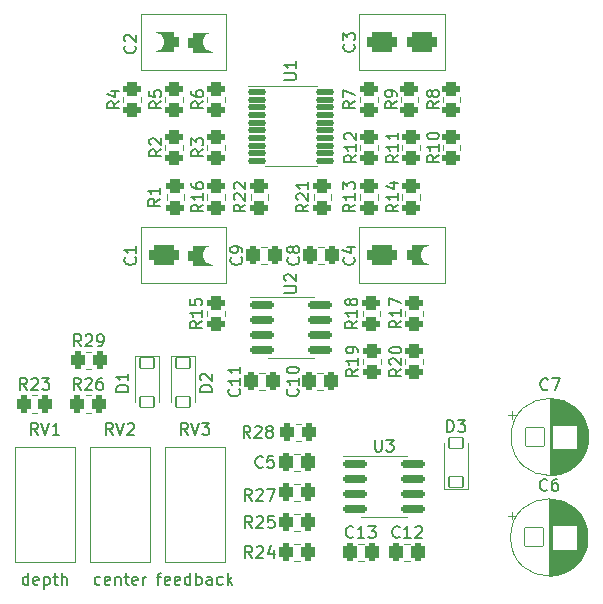
<source format=gto>
G04 #@! TF.GenerationSoftware,KiCad,Pcbnew,6.0.5-2.fc35*
G04 #@! TF.CreationDate,2022-05-29T07:31:37-04:00*
G04 #@! TF.ProjectId,SSI2140_LPF_plug_in_board,53534932-3134-4305-9f4c-50465f706c75,0*
G04 #@! TF.SameCoordinates,Original*
G04 #@! TF.FileFunction,Legend,Top*
G04 #@! TF.FilePolarity,Positive*
%FSLAX46Y46*%
G04 Gerber Fmt 4.6, Leading zero omitted, Abs format (unit mm)*
G04 Created by KiCad (PCBNEW 6.0.5-2.fc35) date 2022-05-29 07:31:37*
%MOMM*%
%LPD*%
G01*
G04 APERTURE LIST*
G04 Aperture macros list*
%AMRoundRect*
0 Rectangle with rounded corners*
0 $1 Rounding radius*
0 $2 $3 $4 $5 $6 $7 $8 $9 X,Y pos of 4 corners*
0 Add a 4 corners polygon primitive as box body*
4,1,4,$2,$3,$4,$5,$6,$7,$8,$9,$2,$3,0*
0 Add four circle primitives for the rounded corners*
1,1,$1+$1,$2,$3*
1,1,$1+$1,$4,$5*
1,1,$1+$1,$6,$7*
1,1,$1+$1,$8,$9*
0 Add four rect primitives between the rounded corners*
20,1,$1+$1,$2,$3,$4,$5,0*
20,1,$1+$1,$4,$5,$6,$7,0*
20,1,$1+$1,$6,$7,$8,$9,0*
20,1,$1+$1,$8,$9,$2,$3,0*%
G04 Aperture macros list end*
%ADD10C,0.150000*%
%ADD11C,0.120000*%
%ADD12RoundRect,0.454200X0.854100X0.403200X-0.854100X0.403200X-0.854100X-0.403200X0.854100X-0.403200X0*%
%ADD13C,1.702000*%
%ADD14RoundRect,0.301000X-0.250000X-0.475000X0.250000X-0.475000X0.250000X0.475000X-0.250000X0.475000X0*%
%ADD15RoundRect,0.301000X0.262500X0.450000X-0.262500X0.450000X-0.262500X-0.450000X0.262500X-0.450000X0*%
%ADD16RoundRect,0.301000X0.450000X-0.262500X0.450000X0.262500X-0.450000X0.262500X-0.450000X-0.262500X0*%
%ADD17RoundRect,0.301000X-0.450000X0.262500X-0.450000X-0.262500X0.450000X-0.262500X0.450000X0.262500X0*%
%ADD18RoundRect,0.301000X0.250000X0.475000X-0.250000X0.475000X-0.250000X-0.475000X0.250000X-0.475000X0*%
%ADD19RoundRect,0.051000X-0.800000X-0.800000X0.800000X-0.800000X0.800000X0.800000X-0.800000X0.800000X0*%
%ADD20RoundRect,0.051000X-0.600000X0.450000X-0.600000X-0.450000X0.600000X-0.450000X0.600000X0.450000X0*%
%ADD21C,1.542000*%
%ADD22RoundRect,0.151000X-0.637500X-0.100000X0.637500X-0.100000X0.637500X0.100000X-0.637500X0.100000X0*%
%ADD23RoundRect,0.201000X-0.825000X-0.150000X0.825000X-0.150000X0.825000X0.150000X-0.825000X0.150000X0*%
%ADD24RoundRect,0.454200X-0.854100X-0.403200X0.854100X-0.403200X0.854100X0.403200X-0.854100X0.403200X0*%
%ADD25RoundRect,0.051000X0.600000X-0.450000X0.600000X0.450000X-0.600000X0.450000X-0.600000X-0.450000X0*%
%ADD26RoundRect,0.301000X-0.262500X-0.450000X0.262500X-0.450000X0.262500X0.450000X-0.262500X0.450000X0*%
%ADD27RoundRect,0.051000X0.850000X0.850000X-0.850000X0.850000X-0.850000X-0.850000X0.850000X-0.850000X0*%
%ADD28O,1.802000X1.802000*%
G04 APERTURE END LIST*
D10*
X108521904Y-115355714D02*
X108902857Y-115355714D01*
X108664761Y-116022380D02*
X108664761Y-115165238D01*
X108712380Y-115070000D01*
X108807619Y-115022380D01*
X108902857Y-115022380D01*
X109617142Y-115974761D02*
X109521904Y-116022380D01*
X109331428Y-116022380D01*
X109236190Y-115974761D01*
X109188571Y-115879523D01*
X109188571Y-115498571D01*
X109236190Y-115403333D01*
X109331428Y-115355714D01*
X109521904Y-115355714D01*
X109617142Y-115403333D01*
X109664761Y-115498571D01*
X109664761Y-115593809D01*
X109188571Y-115689047D01*
X110474285Y-115974761D02*
X110379047Y-116022380D01*
X110188571Y-116022380D01*
X110093333Y-115974761D01*
X110045714Y-115879523D01*
X110045714Y-115498571D01*
X110093333Y-115403333D01*
X110188571Y-115355714D01*
X110379047Y-115355714D01*
X110474285Y-115403333D01*
X110521904Y-115498571D01*
X110521904Y-115593809D01*
X110045714Y-115689047D01*
X111379047Y-116022380D02*
X111379047Y-115022380D01*
X111379047Y-115974761D02*
X111283809Y-116022380D01*
X111093333Y-116022380D01*
X110998095Y-115974761D01*
X110950476Y-115927142D01*
X110902857Y-115831904D01*
X110902857Y-115546190D01*
X110950476Y-115450952D01*
X110998095Y-115403333D01*
X111093333Y-115355714D01*
X111283809Y-115355714D01*
X111379047Y-115403333D01*
X111855238Y-116022380D02*
X111855238Y-115022380D01*
X111855238Y-115403333D02*
X111950476Y-115355714D01*
X112140952Y-115355714D01*
X112236190Y-115403333D01*
X112283809Y-115450952D01*
X112331428Y-115546190D01*
X112331428Y-115831904D01*
X112283809Y-115927142D01*
X112236190Y-115974761D01*
X112140952Y-116022380D01*
X111950476Y-116022380D01*
X111855238Y-115974761D01*
X113188571Y-116022380D02*
X113188571Y-115498571D01*
X113140952Y-115403333D01*
X113045714Y-115355714D01*
X112855238Y-115355714D01*
X112760000Y-115403333D01*
X113188571Y-115974761D02*
X113093333Y-116022380D01*
X112855238Y-116022380D01*
X112760000Y-115974761D01*
X112712380Y-115879523D01*
X112712380Y-115784285D01*
X112760000Y-115689047D01*
X112855238Y-115641428D01*
X113093333Y-115641428D01*
X113188571Y-115593809D01*
X114093333Y-115974761D02*
X113998095Y-116022380D01*
X113807619Y-116022380D01*
X113712380Y-115974761D01*
X113664761Y-115927142D01*
X113617142Y-115831904D01*
X113617142Y-115546190D01*
X113664761Y-115450952D01*
X113712380Y-115403333D01*
X113807619Y-115355714D01*
X113998095Y-115355714D01*
X114093333Y-115403333D01*
X114521904Y-116022380D02*
X114521904Y-115022380D01*
X114617142Y-115641428D02*
X114902857Y-116022380D01*
X114902857Y-115355714D02*
X114521904Y-115736666D01*
X97655238Y-116022380D02*
X97655238Y-115022380D01*
X97655238Y-115974761D02*
X97560000Y-116022380D01*
X97369523Y-116022380D01*
X97274285Y-115974761D01*
X97226666Y-115927142D01*
X97179047Y-115831904D01*
X97179047Y-115546190D01*
X97226666Y-115450952D01*
X97274285Y-115403333D01*
X97369523Y-115355714D01*
X97560000Y-115355714D01*
X97655238Y-115403333D01*
X98512380Y-115974761D02*
X98417142Y-116022380D01*
X98226666Y-116022380D01*
X98131428Y-115974761D01*
X98083809Y-115879523D01*
X98083809Y-115498571D01*
X98131428Y-115403333D01*
X98226666Y-115355714D01*
X98417142Y-115355714D01*
X98512380Y-115403333D01*
X98560000Y-115498571D01*
X98560000Y-115593809D01*
X98083809Y-115689047D01*
X98988571Y-115355714D02*
X98988571Y-116355714D01*
X98988571Y-115403333D02*
X99083809Y-115355714D01*
X99274285Y-115355714D01*
X99369523Y-115403333D01*
X99417142Y-115450952D01*
X99464761Y-115546190D01*
X99464761Y-115831904D01*
X99417142Y-115927142D01*
X99369523Y-115974761D01*
X99274285Y-116022380D01*
X99083809Y-116022380D01*
X98988571Y-115974761D01*
X99750476Y-115355714D02*
X100131428Y-115355714D01*
X99893333Y-115022380D02*
X99893333Y-115879523D01*
X99940952Y-115974761D01*
X100036190Y-116022380D01*
X100131428Y-116022380D01*
X100464761Y-116022380D02*
X100464761Y-115022380D01*
X100893333Y-116022380D02*
X100893333Y-115498571D01*
X100845714Y-115403333D01*
X100750476Y-115355714D01*
X100607619Y-115355714D01*
X100512380Y-115403333D01*
X100464761Y-115450952D01*
X103743333Y-115974761D02*
X103648095Y-116022380D01*
X103457619Y-116022380D01*
X103362380Y-115974761D01*
X103314761Y-115927142D01*
X103267142Y-115831904D01*
X103267142Y-115546190D01*
X103314761Y-115450952D01*
X103362380Y-115403333D01*
X103457619Y-115355714D01*
X103648095Y-115355714D01*
X103743333Y-115403333D01*
X104552857Y-115974761D02*
X104457619Y-116022380D01*
X104267142Y-116022380D01*
X104171904Y-115974761D01*
X104124285Y-115879523D01*
X104124285Y-115498571D01*
X104171904Y-115403333D01*
X104267142Y-115355714D01*
X104457619Y-115355714D01*
X104552857Y-115403333D01*
X104600476Y-115498571D01*
X104600476Y-115593809D01*
X104124285Y-115689047D01*
X105029047Y-115355714D02*
X105029047Y-116022380D01*
X105029047Y-115450952D02*
X105076666Y-115403333D01*
X105171904Y-115355714D01*
X105314761Y-115355714D01*
X105410000Y-115403333D01*
X105457619Y-115498571D01*
X105457619Y-116022380D01*
X105790952Y-115355714D02*
X106171904Y-115355714D01*
X105933809Y-115022380D02*
X105933809Y-115879523D01*
X105981428Y-115974761D01*
X106076666Y-116022380D01*
X106171904Y-116022380D01*
X106886190Y-115974761D02*
X106790952Y-116022380D01*
X106600476Y-116022380D01*
X106505238Y-115974761D01*
X106457619Y-115879523D01*
X106457619Y-115498571D01*
X106505238Y-115403333D01*
X106600476Y-115355714D01*
X106790952Y-115355714D01*
X106886190Y-115403333D01*
X106933809Y-115498571D01*
X106933809Y-115593809D01*
X106457619Y-115689047D01*
X107362380Y-116022380D02*
X107362380Y-115355714D01*
X107362380Y-115546190D02*
X107410000Y-115450952D01*
X107457619Y-115403333D01*
X107552857Y-115355714D01*
X107648095Y-115355714D01*
X106696142Y-88304666D02*
X106743761Y-88352285D01*
X106791380Y-88495142D01*
X106791380Y-88590380D01*
X106743761Y-88733238D01*
X106648523Y-88828476D01*
X106553285Y-88876095D01*
X106362809Y-88923714D01*
X106219952Y-88923714D01*
X106029476Y-88876095D01*
X105934238Y-88828476D01*
X105839000Y-88733238D01*
X105791380Y-88590380D01*
X105791380Y-88495142D01*
X105839000Y-88352285D01*
X105886619Y-88304666D01*
X106791380Y-87352285D02*
X106791380Y-87923714D01*
X106791380Y-87638000D02*
X105791380Y-87638000D01*
X105934238Y-87733238D01*
X106029476Y-87828476D01*
X106077095Y-87923714D01*
X115485142Y-99448857D02*
X115532761Y-99496476D01*
X115580380Y-99639333D01*
X115580380Y-99734571D01*
X115532761Y-99877428D01*
X115437523Y-99972666D01*
X115342285Y-100020285D01*
X115151809Y-100067904D01*
X115008952Y-100067904D01*
X114818476Y-100020285D01*
X114723238Y-99972666D01*
X114628000Y-99877428D01*
X114580380Y-99734571D01*
X114580380Y-99639333D01*
X114628000Y-99496476D01*
X114675619Y-99448857D01*
X115580380Y-98496476D02*
X115580380Y-99067904D01*
X115580380Y-98782190D02*
X114580380Y-98782190D01*
X114723238Y-98877428D01*
X114818476Y-98972666D01*
X114866095Y-99067904D01*
X115580380Y-97544095D02*
X115580380Y-98115523D01*
X115580380Y-97829809D02*
X114580380Y-97829809D01*
X114723238Y-97925047D01*
X114818476Y-98020285D01*
X114866095Y-98115523D01*
X120433142Y-99448857D02*
X120480761Y-99496476D01*
X120528380Y-99639333D01*
X120528380Y-99734571D01*
X120480761Y-99877428D01*
X120385523Y-99972666D01*
X120290285Y-100020285D01*
X120099809Y-100067904D01*
X119956952Y-100067904D01*
X119766476Y-100020285D01*
X119671238Y-99972666D01*
X119576000Y-99877428D01*
X119528380Y-99734571D01*
X119528380Y-99639333D01*
X119576000Y-99496476D01*
X119623619Y-99448857D01*
X120528380Y-98496476D02*
X120528380Y-99067904D01*
X120528380Y-98782190D02*
X119528380Y-98782190D01*
X119671238Y-98877428D01*
X119766476Y-98972666D01*
X119814095Y-99067904D01*
X119528380Y-97877428D02*
X119528380Y-97782190D01*
X119576000Y-97686952D01*
X119623619Y-97639333D01*
X119718857Y-97591714D01*
X119909333Y-97544095D01*
X120147428Y-97544095D01*
X120337904Y-97591714D01*
X120433142Y-97639333D01*
X120480761Y-97686952D01*
X120528380Y-97782190D01*
X120528380Y-97877428D01*
X120480761Y-97972666D01*
X120433142Y-98020285D01*
X120337904Y-98067904D01*
X120147428Y-98115523D01*
X119909333Y-98115523D01*
X119718857Y-98067904D01*
X119623619Y-98020285D01*
X119576000Y-97972666D01*
X119528380Y-97877428D01*
X102076642Y-99512380D02*
X101743309Y-99036190D01*
X101505214Y-99512380D02*
X101505214Y-98512380D01*
X101886166Y-98512380D01*
X101981404Y-98560000D01*
X102029023Y-98607619D01*
X102076642Y-98702857D01*
X102076642Y-98845714D01*
X102029023Y-98940952D01*
X101981404Y-98988571D01*
X101886166Y-99036190D01*
X101505214Y-99036190D01*
X102457595Y-98607619D02*
X102505214Y-98560000D01*
X102600452Y-98512380D01*
X102838547Y-98512380D01*
X102933785Y-98560000D01*
X102981404Y-98607619D01*
X103029023Y-98702857D01*
X103029023Y-98798095D01*
X102981404Y-98940952D01*
X102409976Y-99512380D01*
X103029023Y-99512380D01*
X103886166Y-98512380D02*
X103695690Y-98512380D01*
X103600452Y-98560000D01*
X103552833Y-98607619D01*
X103457595Y-98750476D01*
X103409976Y-98940952D01*
X103409976Y-99321904D01*
X103457595Y-99417142D01*
X103505214Y-99464761D01*
X103600452Y-99512380D01*
X103790928Y-99512380D01*
X103886166Y-99464761D01*
X103933785Y-99417142D01*
X103981404Y-99321904D01*
X103981404Y-99083809D01*
X103933785Y-98988571D01*
X103886166Y-98940952D01*
X103790928Y-98893333D01*
X103600452Y-98893333D01*
X103505214Y-98940952D01*
X103457595Y-98988571D01*
X103409976Y-99083809D01*
X115673142Y-88304666D02*
X115720761Y-88352285D01*
X115768380Y-88495142D01*
X115768380Y-88590380D01*
X115720761Y-88733238D01*
X115625523Y-88828476D01*
X115530285Y-88876095D01*
X115339809Y-88923714D01*
X115196952Y-88923714D01*
X115006476Y-88876095D01*
X114911238Y-88828476D01*
X114816000Y-88733238D01*
X114768380Y-88590380D01*
X114768380Y-88495142D01*
X114816000Y-88352285D01*
X114863619Y-88304666D01*
X115768380Y-87828476D02*
X115768380Y-87638000D01*
X115720761Y-87542761D01*
X115673142Y-87495142D01*
X115530285Y-87399904D01*
X115339809Y-87352285D01*
X114958857Y-87352285D01*
X114863619Y-87399904D01*
X114816000Y-87447523D01*
X114768380Y-87542761D01*
X114768380Y-87733238D01*
X114816000Y-87828476D01*
X114863619Y-87876095D01*
X114958857Y-87923714D01*
X115196952Y-87923714D01*
X115292190Y-87876095D01*
X115339809Y-87828476D01*
X115387428Y-87733238D01*
X115387428Y-87542761D01*
X115339809Y-87447523D01*
X115292190Y-87399904D01*
X115196952Y-87352285D01*
X112340380Y-93708457D02*
X111864190Y-94041790D01*
X112340380Y-94279885D02*
X111340380Y-94279885D01*
X111340380Y-93898933D01*
X111388000Y-93803695D01*
X111435619Y-93756076D01*
X111530857Y-93708457D01*
X111673714Y-93708457D01*
X111768952Y-93756076D01*
X111816571Y-93803695D01*
X111864190Y-93898933D01*
X111864190Y-94279885D01*
X112340380Y-92756076D02*
X112340380Y-93327504D01*
X112340380Y-93041790D02*
X111340380Y-93041790D01*
X111483238Y-93137028D01*
X111578476Y-93232266D01*
X111626095Y-93327504D01*
X111340380Y-91851314D02*
X111340380Y-92327504D01*
X111816571Y-92375123D01*
X111768952Y-92327504D01*
X111721333Y-92232266D01*
X111721333Y-91994171D01*
X111768952Y-91898933D01*
X111816571Y-91851314D01*
X111911809Y-91803695D01*
X112149904Y-91803695D01*
X112245142Y-91851314D01*
X112292761Y-91898933D01*
X112340380Y-91994171D01*
X112340380Y-92232266D01*
X112292761Y-92327504D01*
X112245142Y-92375123D01*
X106656142Y-70397666D02*
X106703761Y-70445285D01*
X106751380Y-70588142D01*
X106751380Y-70683380D01*
X106703761Y-70826238D01*
X106608523Y-70921476D01*
X106513285Y-70969095D01*
X106322809Y-71016714D01*
X106179952Y-71016714D01*
X105989476Y-70969095D01*
X105894238Y-70921476D01*
X105799000Y-70826238D01*
X105751380Y-70683380D01*
X105751380Y-70588142D01*
X105799000Y-70445285D01*
X105846619Y-70397666D01*
X105846619Y-70016714D02*
X105799000Y-69969095D01*
X105751380Y-69873857D01*
X105751380Y-69635761D01*
X105799000Y-69540523D01*
X105846619Y-69492904D01*
X105941857Y-69445285D01*
X106037095Y-69445285D01*
X106179952Y-69492904D01*
X106751380Y-70064333D01*
X106751380Y-69445285D01*
X108783380Y-83351666D02*
X108307190Y-83685000D01*
X108783380Y-83923095D02*
X107783380Y-83923095D01*
X107783380Y-83542142D01*
X107831000Y-83446904D01*
X107878619Y-83399285D01*
X107973857Y-83351666D01*
X108116714Y-83351666D01*
X108211952Y-83399285D01*
X108259571Y-83446904D01*
X108307190Y-83542142D01*
X108307190Y-83923095D01*
X108783380Y-82399285D02*
X108783380Y-82970714D01*
X108783380Y-82685000D02*
X107783380Y-82685000D01*
X107926238Y-82780238D01*
X108021476Y-82875476D01*
X108069095Y-82970714D01*
X128976380Y-83827857D02*
X128500190Y-84161190D01*
X128976380Y-84399285D02*
X127976380Y-84399285D01*
X127976380Y-84018333D01*
X128024000Y-83923095D01*
X128071619Y-83875476D01*
X128166857Y-83827857D01*
X128309714Y-83827857D01*
X128404952Y-83875476D01*
X128452571Y-83923095D01*
X128500190Y-84018333D01*
X128500190Y-84399285D01*
X128976380Y-82875476D02*
X128976380Y-83446904D01*
X128976380Y-83161190D02*
X127976380Y-83161190D01*
X128119238Y-83256428D01*
X128214476Y-83351666D01*
X128262095Y-83446904D01*
X128309714Y-82018333D02*
X128976380Y-82018333D01*
X127928761Y-82256428D02*
X128643047Y-82494523D01*
X128643047Y-81875476D01*
X125420380Y-79636857D02*
X124944190Y-79970190D01*
X125420380Y-80208285D02*
X124420380Y-80208285D01*
X124420380Y-79827333D01*
X124468000Y-79732095D01*
X124515619Y-79684476D01*
X124610857Y-79636857D01*
X124753714Y-79636857D01*
X124848952Y-79684476D01*
X124896571Y-79732095D01*
X124944190Y-79827333D01*
X124944190Y-80208285D01*
X125420380Y-78684476D02*
X125420380Y-79255904D01*
X125420380Y-78970190D02*
X124420380Y-78970190D01*
X124563238Y-79065428D01*
X124658476Y-79160666D01*
X124706095Y-79255904D01*
X124515619Y-78303523D02*
X124468000Y-78255904D01*
X124420380Y-78160666D01*
X124420380Y-77922571D01*
X124468000Y-77827333D01*
X124515619Y-77779714D01*
X124610857Y-77732095D01*
X124706095Y-77732095D01*
X124848952Y-77779714D01*
X125420380Y-78351142D01*
X125420380Y-77732095D01*
X112466380Y-79160666D02*
X111990190Y-79494000D01*
X112466380Y-79732095D02*
X111466380Y-79732095D01*
X111466380Y-79351142D01*
X111514000Y-79255904D01*
X111561619Y-79208285D01*
X111656857Y-79160666D01*
X111799714Y-79160666D01*
X111894952Y-79208285D01*
X111942571Y-79255904D01*
X111990190Y-79351142D01*
X111990190Y-79732095D01*
X111466380Y-78827333D02*
X111466380Y-78208285D01*
X111847333Y-78541619D01*
X111847333Y-78398761D01*
X111894952Y-78303523D01*
X111942571Y-78255904D01*
X112037809Y-78208285D01*
X112275904Y-78208285D01*
X112371142Y-78255904D01*
X112418761Y-78303523D01*
X112466380Y-78398761D01*
X112466380Y-78684476D01*
X112418761Y-78779714D01*
X112371142Y-78827333D01*
X117501333Y-106021142D02*
X117453714Y-106068761D01*
X117310857Y-106116380D01*
X117215619Y-106116380D01*
X117072761Y-106068761D01*
X116977523Y-105973523D01*
X116929904Y-105878285D01*
X116882285Y-105687809D01*
X116882285Y-105544952D01*
X116929904Y-105354476D01*
X116977523Y-105259238D01*
X117072761Y-105164000D01*
X117215619Y-105116380D01*
X117310857Y-105116380D01*
X117453714Y-105164000D01*
X117501333Y-105211619D01*
X118406095Y-105116380D02*
X117929904Y-105116380D01*
X117882285Y-105592571D01*
X117929904Y-105544952D01*
X118025142Y-105497333D01*
X118263238Y-105497333D01*
X118358476Y-105544952D01*
X118406095Y-105592571D01*
X118453714Y-105687809D01*
X118453714Y-105925904D01*
X118406095Y-106021142D01*
X118358476Y-106068761D01*
X118263238Y-106116380D01*
X118025142Y-106116380D01*
X117929904Y-106068761D01*
X117882285Y-106021142D01*
X141632954Y-99462142D02*
X141585335Y-99509761D01*
X141442478Y-99557380D01*
X141347240Y-99557380D01*
X141204382Y-99509761D01*
X141109144Y-99414523D01*
X141061525Y-99319285D01*
X141013906Y-99128809D01*
X141013906Y-98985952D01*
X141061525Y-98795476D01*
X141109144Y-98700238D01*
X141204382Y-98605000D01*
X141347240Y-98557380D01*
X141442478Y-98557380D01*
X141585335Y-98605000D01*
X141632954Y-98652619D01*
X141966287Y-98557380D02*
X142632954Y-98557380D01*
X142204382Y-99557380D01*
X106116380Y-99672095D02*
X105116380Y-99672095D01*
X105116380Y-99434000D01*
X105164000Y-99291142D01*
X105259238Y-99195904D01*
X105354476Y-99148285D01*
X105544952Y-99100666D01*
X105687809Y-99100666D01*
X105878285Y-99148285D01*
X105973523Y-99195904D01*
X106068761Y-99291142D01*
X106116380Y-99434000D01*
X106116380Y-99672095D01*
X106116380Y-98148285D02*
X106116380Y-98719714D01*
X106116380Y-98434000D02*
X105116380Y-98434000D01*
X105259238Y-98529238D01*
X105354476Y-98624476D01*
X105402095Y-98719714D01*
X113196380Y-99672095D02*
X112196380Y-99672095D01*
X112196380Y-99434000D01*
X112244000Y-99291142D01*
X112339238Y-99195904D01*
X112434476Y-99148285D01*
X112624952Y-99100666D01*
X112767809Y-99100666D01*
X112958285Y-99148285D01*
X113053523Y-99195904D01*
X113148761Y-99291142D01*
X113196380Y-99434000D01*
X113196380Y-99672095D01*
X112291619Y-98719714D02*
X112244000Y-98672095D01*
X112196380Y-98576857D01*
X112196380Y-98338761D01*
X112244000Y-98243523D01*
X112291619Y-98195904D01*
X112386857Y-98148285D01*
X112482095Y-98148285D01*
X112624952Y-98195904D01*
X113196380Y-98767333D01*
X113196380Y-98148285D01*
X97528142Y-99512380D02*
X97194809Y-99036190D01*
X96956714Y-99512380D02*
X96956714Y-98512380D01*
X97337666Y-98512380D01*
X97432904Y-98560000D01*
X97480523Y-98607619D01*
X97528142Y-98702857D01*
X97528142Y-98845714D01*
X97480523Y-98940952D01*
X97432904Y-98988571D01*
X97337666Y-99036190D01*
X96956714Y-99036190D01*
X97909095Y-98607619D02*
X97956714Y-98560000D01*
X98051952Y-98512380D01*
X98290047Y-98512380D01*
X98385285Y-98560000D01*
X98432904Y-98607619D01*
X98480523Y-98702857D01*
X98480523Y-98798095D01*
X98432904Y-98940952D01*
X97861476Y-99512380D01*
X98480523Y-99512380D01*
X98813857Y-98512380D02*
X99432904Y-98512380D01*
X99099571Y-98893333D01*
X99242428Y-98893333D01*
X99337666Y-98940952D01*
X99385285Y-98988571D01*
X99432904Y-99083809D01*
X99432904Y-99321904D01*
X99385285Y-99417142D01*
X99337666Y-99464761D01*
X99242428Y-99512380D01*
X98956714Y-99512380D01*
X98861476Y-99464761D01*
X98813857Y-99417142D01*
X121356380Y-83827857D02*
X120880190Y-84161190D01*
X121356380Y-84399285D02*
X120356380Y-84399285D01*
X120356380Y-84018333D01*
X120404000Y-83923095D01*
X120451619Y-83875476D01*
X120546857Y-83827857D01*
X120689714Y-83827857D01*
X120784952Y-83875476D01*
X120832571Y-83923095D01*
X120880190Y-84018333D01*
X120880190Y-84399285D01*
X120451619Y-83446904D02*
X120404000Y-83399285D01*
X120356380Y-83304047D01*
X120356380Y-83065952D01*
X120404000Y-82970714D01*
X120451619Y-82923095D01*
X120546857Y-82875476D01*
X120642095Y-82875476D01*
X120784952Y-82923095D01*
X121356380Y-83494523D01*
X121356380Y-82875476D01*
X121356380Y-81923095D02*
X121356380Y-82494523D01*
X121356380Y-82208809D02*
X120356380Y-82208809D01*
X120499238Y-82304047D01*
X120594476Y-82399285D01*
X120642095Y-82494523D01*
X108910380Y-79160666D02*
X108434190Y-79494000D01*
X108910380Y-79732095D02*
X107910380Y-79732095D01*
X107910380Y-79351142D01*
X107958000Y-79255904D01*
X108005619Y-79208285D01*
X108100857Y-79160666D01*
X108243714Y-79160666D01*
X108338952Y-79208285D01*
X108386571Y-79255904D01*
X108434190Y-79351142D01*
X108434190Y-79732095D01*
X108005619Y-78779714D02*
X107958000Y-78732095D01*
X107910380Y-78636857D01*
X107910380Y-78398761D01*
X107958000Y-78303523D01*
X108005619Y-78255904D01*
X108100857Y-78208285D01*
X108196095Y-78208285D01*
X108338952Y-78255904D01*
X108910380Y-78827333D01*
X108910380Y-78208285D01*
X128849380Y-75096666D02*
X128373190Y-75430000D01*
X128849380Y-75668095D02*
X127849380Y-75668095D01*
X127849380Y-75287142D01*
X127897000Y-75191904D01*
X127944619Y-75144285D01*
X128039857Y-75096666D01*
X128182714Y-75096666D01*
X128277952Y-75144285D01*
X128325571Y-75191904D01*
X128373190Y-75287142D01*
X128373190Y-75668095D01*
X128849380Y-74620476D02*
X128849380Y-74430000D01*
X128801761Y-74334761D01*
X128754142Y-74287142D01*
X128611285Y-74191904D01*
X128420809Y-74144285D01*
X128039857Y-74144285D01*
X127944619Y-74191904D01*
X127897000Y-74239523D01*
X127849380Y-74334761D01*
X127849380Y-74525238D01*
X127897000Y-74620476D01*
X127944619Y-74668095D01*
X128039857Y-74715714D01*
X128277952Y-74715714D01*
X128373190Y-74668095D01*
X128420809Y-74620476D01*
X128468428Y-74525238D01*
X128468428Y-74334761D01*
X128420809Y-74239523D01*
X128373190Y-74191904D01*
X128277952Y-74144285D01*
X120499142Y-88304666D02*
X120546761Y-88352285D01*
X120594380Y-88495142D01*
X120594380Y-88590380D01*
X120546761Y-88733238D01*
X120451523Y-88828476D01*
X120356285Y-88876095D01*
X120165809Y-88923714D01*
X120022952Y-88923714D01*
X119832476Y-88876095D01*
X119737238Y-88828476D01*
X119642000Y-88733238D01*
X119594380Y-88590380D01*
X119594380Y-88495142D01*
X119642000Y-88352285D01*
X119689619Y-88304666D01*
X120022952Y-87733238D02*
X119975333Y-87828476D01*
X119927714Y-87876095D01*
X119832476Y-87923714D01*
X119784857Y-87923714D01*
X119689619Y-87876095D01*
X119642000Y-87828476D01*
X119594380Y-87733238D01*
X119594380Y-87542761D01*
X119642000Y-87447523D01*
X119689619Y-87399904D01*
X119784857Y-87352285D01*
X119832476Y-87352285D01*
X119927714Y-87399904D01*
X119975333Y-87447523D01*
X120022952Y-87542761D01*
X120022952Y-87733238D01*
X120070571Y-87828476D01*
X120118190Y-87876095D01*
X120213428Y-87923714D01*
X120403904Y-87923714D01*
X120499142Y-87876095D01*
X120546761Y-87828476D01*
X120594380Y-87733238D01*
X120594380Y-87542761D01*
X120546761Y-87447523D01*
X120499142Y-87399904D01*
X120403904Y-87352285D01*
X120213428Y-87352285D01*
X120118190Y-87399904D01*
X120070571Y-87447523D01*
X120022952Y-87542761D01*
X98469761Y-103322380D02*
X98136428Y-102846190D01*
X97898333Y-103322380D02*
X97898333Y-102322380D01*
X98279285Y-102322380D01*
X98374523Y-102370000D01*
X98422142Y-102417619D01*
X98469761Y-102512857D01*
X98469761Y-102655714D01*
X98422142Y-102750952D01*
X98374523Y-102798571D01*
X98279285Y-102846190D01*
X97898333Y-102846190D01*
X98755476Y-102322380D02*
X99088809Y-103322380D01*
X99422142Y-102322380D01*
X100279285Y-103322380D02*
X99707857Y-103322380D01*
X99993571Y-103322380D02*
X99993571Y-102322380D01*
X99898333Y-102465238D01*
X99803095Y-102560476D01*
X99707857Y-102608095D01*
X119340380Y-73278904D02*
X120149904Y-73278904D01*
X120245142Y-73231285D01*
X120292761Y-73183666D01*
X120340380Y-73088428D01*
X120340380Y-72897952D01*
X120292761Y-72802714D01*
X120245142Y-72755095D01*
X120149904Y-72707476D01*
X119340380Y-72707476D01*
X120340380Y-71707476D02*
X120340380Y-72278904D01*
X120340380Y-71993190D02*
X119340380Y-71993190D01*
X119483238Y-72088428D01*
X119578476Y-72183666D01*
X119626095Y-72278904D01*
X125293380Y-75096666D02*
X124817190Y-75430000D01*
X125293380Y-75668095D02*
X124293380Y-75668095D01*
X124293380Y-75287142D01*
X124341000Y-75191904D01*
X124388619Y-75144285D01*
X124483857Y-75096666D01*
X124626714Y-75096666D01*
X124721952Y-75144285D01*
X124769571Y-75191904D01*
X124817190Y-75287142D01*
X124817190Y-75668095D01*
X124293380Y-74763333D02*
X124293380Y-74096666D01*
X125293380Y-74525238D01*
X132405380Y-75096666D02*
X131929190Y-75430000D01*
X132405380Y-75668095D02*
X131405380Y-75668095D01*
X131405380Y-75287142D01*
X131453000Y-75191904D01*
X131500619Y-75144285D01*
X131595857Y-75096666D01*
X131738714Y-75096666D01*
X131833952Y-75144285D01*
X131881571Y-75191904D01*
X131929190Y-75287142D01*
X131929190Y-75668095D01*
X131833952Y-74525238D02*
X131786333Y-74620476D01*
X131738714Y-74668095D01*
X131643476Y-74715714D01*
X131595857Y-74715714D01*
X131500619Y-74668095D01*
X131453000Y-74620476D01*
X131405380Y-74525238D01*
X131405380Y-74334761D01*
X131453000Y-74239523D01*
X131500619Y-74191904D01*
X131595857Y-74144285D01*
X131643476Y-74144285D01*
X131738714Y-74191904D01*
X131786333Y-74239523D01*
X131833952Y-74334761D01*
X131833952Y-74525238D01*
X131881571Y-74620476D01*
X131929190Y-74668095D01*
X132024428Y-74715714D01*
X132214904Y-74715714D01*
X132310142Y-74668095D01*
X132357761Y-74620476D01*
X132405380Y-74525238D01*
X132405380Y-74334761D01*
X132357761Y-74239523D01*
X132310142Y-74191904D01*
X132214904Y-74144285D01*
X132024428Y-74144285D01*
X131929190Y-74191904D01*
X131881571Y-74239523D01*
X131833952Y-74334761D01*
X125153142Y-111961142D02*
X125105523Y-112008761D01*
X124962666Y-112056380D01*
X124867428Y-112056380D01*
X124724571Y-112008761D01*
X124629333Y-111913523D01*
X124581714Y-111818285D01*
X124534095Y-111627809D01*
X124534095Y-111484952D01*
X124581714Y-111294476D01*
X124629333Y-111199238D01*
X124724571Y-111104000D01*
X124867428Y-111056380D01*
X124962666Y-111056380D01*
X125105523Y-111104000D01*
X125153142Y-111151619D01*
X126105523Y-112056380D02*
X125534095Y-112056380D01*
X125819809Y-112056380D02*
X125819809Y-111056380D01*
X125724571Y-111199238D01*
X125629333Y-111294476D01*
X125534095Y-111342095D01*
X126438857Y-111056380D02*
X127057904Y-111056380D01*
X126724571Y-111437333D01*
X126867428Y-111437333D01*
X126962666Y-111484952D01*
X127010285Y-111532571D01*
X127057904Y-111627809D01*
X127057904Y-111865904D01*
X127010285Y-111961142D01*
X126962666Y-112008761D01*
X126867428Y-112056380D01*
X126581714Y-112056380D01*
X126486476Y-112008761D01*
X126438857Y-111961142D01*
X127000095Y-103748380D02*
X127000095Y-104557904D01*
X127047714Y-104653142D01*
X127095333Y-104700761D01*
X127190571Y-104748380D01*
X127381047Y-104748380D01*
X127476285Y-104700761D01*
X127523904Y-104653142D01*
X127571523Y-104557904D01*
X127571523Y-103748380D01*
X127952476Y-103748380D02*
X128571523Y-103748380D01*
X128238190Y-104129333D01*
X128381047Y-104129333D01*
X128476285Y-104176952D01*
X128523904Y-104224571D01*
X128571523Y-104319809D01*
X128571523Y-104557904D01*
X128523904Y-104653142D01*
X128476285Y-104700761D01*
X128381047Y-104748380D01*
X128095333Y-104748380D01*
X128000095Y-104700761D01*
X127952476Y-104653142D01*
X111164761Y-103322380D02*
X110831428Y-102846190D01*
X110593333Y-103322380D02*
X110593333Y-102322380D01*
X110974285Y-102322380D01*
X111069523Y-102370000D01*
X111117142Y-102417619D01*
X111164761Y-102512857D01*
X111164761Y-102655714D01*
X111117142Y-102750952D01*
X111069523Y-102798571D01*
X110974285Y-102846190D01*
X110593333Y-102846190D01*
X111450476Y-102322380D02*
X111783809Y-103322380D01*
X112117142Y-102322380D01*
X112355238Y-102322380D02*
X112974285Y-102322380D01*
X112640952Y-102703333D01*
X112783809Y-102703333D01*
X112879047Y-102750952D01*
X112926666Y-102798571D01*
X112974285Y-102893809D01*
X112974285Y-103131904D01*
X112926666Y-103227142D01*
X112879047Y-103274761D01*
X112783809Y-103322380D01*
X112498095Y-103322380D01*
X112402857Y-103274761D01*
X112355238Y-103227142D01*
X102123642Y-95829380D02*
X101790309Y-95353190D01*
X101552214Y-95829380D02*
X101552214Y-94829380D01*
X101933166Y-94829380D01*
X102028404Y-94877000D01*
X102076023Y-94924619D01*
X102123642Y-95019857D01*
X102123642Y-95162714D01*
X102076023Y-95257952D01*
X102028404Y-95305571D01*
X101933166Y-95353190D01*
X101552214Y-95353190D01*
X102504595Y-94924619D02*
X102552214Y-94877000D01*
X102647452Y-94829380D01*
X102885547Y-94829380D01*
X102980785Y-94877000D01*
X103028404Y-94924619D01*
X103076023Y-95019857D01*
X103076023Y-95115095D01*
X103028404Y-95257952D01*
X102456976Y-95829380D01*
X103076023Y-95829380D01*
X103552214Y-95829380D02*
X103742690Y-95829380D01*
X103837928Y-95781761D01*
X103885547Y-95734142D01*
X103980785Y-95591285D01*
X104028404Y-95400809D01*
X104028404Y-95019857D01*
X103980785Y-94924619D01*
X103933166Y-94877000D01*
X103837928Y-94829380D01*
X103647452Y-94829380D01*
X103552214Y-94877000D01*
X103504595Y-94924619D01*
X103456976Y-95019857D01*
X103456976Y-95257952D01*
X103504595Y-95353190D01*
X103552214Y-95400809D01*
X103647452Y-95448428D01*
X103837928Y-95448428D01*
X103933166Y-95400809D01*
X103980785Y-95353190D01*
X104028404Y-95257952D01*
X125198142Y-70270666D02*
X125245761Y-70318285D01*
X125293380Y-70461142D01*
X125293380Y-70556380D01*
X125245761Y-70699238D01*
X125150523Y-70794476D01*
X125055285Y-70842095D01*
X124864809Y-70889714D01*
X124721952Y-70889714D01*
X124531476Y-70842095D01*
X124436238Y-70794476D01*
X124341000Y-70699238D01*
X124293380Y-70556380D01*
X124293380Y-70461142D01*
X124341000Y-70318285D01*
X124388619Y-70270666D01*
X124293380Y-69937333D02*
X124293380Y-69318285D01*
X124674333Y-69651619D01*
X124674333Y-69508761D01*
X124721952Y-69413523D01*
X124769571Y-69365904D01*
X124864809Y-69318285D01*
X125102904Y-69318285D01*
X125198142Y-69365904D01*
X125245761Y-69413523D01*
X125293380Y-69508761D01*
X125293380Y-69794476D01*
X125245761Y-69889714D01*
X125198142Y-69937333D01*
X125548380Y-97772457D02*
X125072190Y-98105790D01*
X125548380Y-98343885D02*
X124548380Y-98343885D01*
X124548380Y-97962933D01*
X124596000Y-97867695D01*
X124643619Y-97820076D01*
X124738857Y-97772457D01*
X124881714Y-97772457D01*
X124976952Y-97820076D01*
X125024571Y-97867695D01*
X125072190Y-97962933D01*
X125072190Y-98343885D01*
X125548380Y-96820076D02*
X125548380Y-97391504D01*
X125548380Y-97105790D02*
X124548380Y-97105790D01*
X124691238Y-97201028D01*
X124786476Y-97296266D01*
X124834095Y-97391504D01*
X125548380Y-96343885D02*
X125548380Y-96153409D01*
X125500761Y-96058171D01*
X125453142Y-96010552D01*
X125310285Y-95915314D01*
X125119809Y-95867695D01*
X124738857Y-95867695D01*
X124643619Y-95915314D01*
X124596000Y-95962933D01*
X124548380Y-96058171D01*
X124548380Y-96248647D01*
X124596000Y-96343885D01*
X124643619Y-96391504D01*
X124738857Y-96439123D01*
X124976952Y-96439123D01*
X125072190Y-96391504D01*
X125119809Y-96343885D01*
X125167428Y-96248647D01*
X125167428Y-96058171D01*
X125119809Y-95962933D01*
X125072190Y-95915314D01*
X124976952Y-95867695D01*
X141585333Y-107971142D02*
X141537714Y-108018761D01*
X141394857Y-108066380D01*
X141299619Y-108066380D01*
X141156761Y-108018761D01*
X141061523Y-107923523D01*
X141013904Y-107828285D01*
X140966285Y-107637809D01*
X140966285Y-107494952D01*
X141013904Y-107304476D01*
X141061523Y-107209238D01*
X141156761Y-107114000D01*
X141299619Y-107066380D01*
X141394857Y-107066380D01*
X141537714Y-107114000D01*
X141585333Y-107161619D01*
X142442476Y-107066380D02*
X142252000Y-107066380D01*
X142156761Y-107114000D01*
X142109142Y-107161619D01*
X142013904Y-107304476D01*
X141966285Y-107494952D01*
X141966285Y-107875904D01*
X142013904Y-107971142D01*
X142061523Y-108018761D01*
X142156761Y-108066380D01*
X142347238Y-108066380D01*
X142442476Y-108018761D01*
X142490095Y-107971142D01*
X142537714Y-107875904D01*
X142537714Y-107637809D01*
X142490095Y-107542571D01*
X142442476Y-107494952D01*
X142347238Y-107447333D01*
X142156761Y-107447333D01*
X142061523Y-107494952D01*
X142013904Y-107542571D01*
X141966285Y-107637809D01*
X112466380Y-83827857D02*
X111990190Y-84161190D01*
X112466380Y-84399285D02*
X111466380Y-84399285D01*
X111466380Y-84018333D01*
X111514000Y-83923095D01*
X111561619Y-83875476D01*
X111656857Y-83827857D01*
X111799714Y-83827857D01*
X111894952Y-83875476D01*
X111942571Y-83923095D01*
X111990190Y-84018333D01*
X111990190Y-84399285D01*
X112466380Y-82875476D02*
X112466380Y-83446904D01*
X112466380Y-83161190D02*
X111466380Y-83161190D01*
X111609238Y-83256428D01*
X111704476Y-83351666D01*
X111752095Y-83446904D01*
X111466380Y-82018333D02*
X111466380Y-82208809D01*
X111514000Y-82304047D01*
X111561619Y-82351666D01*
X111704476Y-82446904D01*
X111894952Y-82494523D01*
X112275904Y-82494523D01*
X112371142Y-82446904D01*
X112418761Y-82399285D01*
X112466380Y-82304047D01*
X112466380Y-82113571D01*
X112418761Y-82018333D01*
X112371142Y-81970714D01*
X112275904Y-81923095D01*
X112037809Y-81923095D01*
X111942571Y-81970714D01*
X111894952Y-82018333D01*
X111847333Y-82113571D01*
X111847333Y-82304047D01*
X111894952Y-82399285D01*
X111942571Y-82446904D01*
X112037809Y-82494523D01*
X129230380Y-97772457D02*
X128754190Y-98105790D01*
X129230380Y-98343885D02*
X128230380Y-98343885D01*
X128230380Y-97962933D01*
X128278000Y-97867695D01*
X128325619Y-97820076D01*
X128420857Y-97772457D01*
X128563714Y-97772457D01*
X128658952Y-97820076D01*
X128706571Y-97867695D01*
X128754190Y-97962933D01*
X128754190Y-98343885D01*
X128325619Y-97391504D02*
X128278000Y-97343885D01*
X128230380Y-97248647D01*
X128230380Y-97010552D01*
X128278000Y-96915314D01*
X128325619Y-96867695D01*
X128420857Y-96820076D01*
X128516095Y-96820076D01*
X128658952Y-96867695D01*
X129230380Y-97439123D01*
X129230380Y-96820076D01*
X128230380Y-96201028D02*
X128230380Y-96105790D01*
X128278000Y-96010552D01*
X128325619Y-95962933D01*
X128420857Y-95915314D01*
X128611333Y-95867695D01*
X128849428Y-95867695D01*
X129039904Y-95915314D01*
X129135142Y-95962933D01*
X129182761Y-96010552D01*
X129230380Y-96105790D01*
X129230380Y-96201028D01*
X129182761Y-96296266D01*
X129135142Y-96343885D01*
X129039904Y-96391504D01*
X128849428Y-96439123D01*
X128611333Y-96439123D01*
X128420857Y-96391504D01*
X128325619Y-96343885D01*
X128278000Y-96296266D01*
X128230380Y-96201028D01*
X116554642Y-108910380D02*
X116221309Y-108434190D01*
X115983214Y-108910380D02*
X115983214Y-107910380D01*
X116364166Y-107910380D01*
X116459404Y-107958000D01*
X116507023Y-108005619D01*
X116554642Y-108100857D01*
X116554642Y-108243714D01*
X116507023Y-108338952D01*
X116459404Y-108386571D01*
X116364166Y-108434190D01*
X115983214Y-108434190D01*
X116935595Y-108005619D02*
X116983214Y-107958000D01*
X117078452Y-107910380D01*
X117316547Y-107910380D01*
X117411785Y-107958000D01*
X117459404Y-108005619D01*
X117507023Y-108100857D01*
X117507023Y-108196095D01*
X117459404Y-108338952D01*
X116887976Y-108910380D01*
X117507023Y-108910380D01*
X117840357Y-107910380D02*
X118507023Y-107910380D01*
X118078452Y-108910380D01*
X105354380Y-75096666D02*
X104878190Y-75430000D01*
X105354380Y-75668095D02*
X104354380Y-75668095D01*
X104354380Y-75287142D01*
X104402000Y-75191904D01*
X104449619Y-75144285D01*
X104544857Y-75096666D01*
X104687714Y-75096666D01*
X104782952Y-75144285D01*
X104830571Y-75191904D01*
X104878190Y-75287142D01*
X104878190Y-75668095D01*
X104687714Y-74239523D02*
X105354380Y-74239523D01*
X104306761Y-74477619D02*
X105021047Y-74715714D01*
X105021047Y-74096666D01*
X133119904Y-103068380D02*
X133119904Y-102068380D01*
X133358000Y-102068380D01*
X133500857Y-102116000D01*
X133596095Y-102211238D01*
X133643714Y-102306476D01*
X133691333Y-102496952D01*
X133691333Y-102639809D01*
X133643714Y-102830285D01*
X133596095Y-102925523D01*
X133500857Y-103020761D01*
X133358000Y-103068380D01*
X133119904Y-103068380D01*
X134024666Y-102068380D02*
X134643714Y-102068380D01*
X134310380Y-102449333D01*
X134453238Y-102449333D01*
X134548476Y-102496952D01*
X134596095Y-102544571D01*
X134643714Y-102639809D01*
X134643714Y-102877904D01*
X134596095Y-102973142D01*
X134548476Y-103020761D01*
X134453238Y-103068380D01*
X134167523Y-103068380D01*
X134072285Y-103020761D01*
X134024666Y-102973142D01*
X116601642Y-113736380D02*
X116268309Y-113260190D01*
X116030214Y-113736380D02*
X116030214Y-112736380D01*
X116411166Y-112736380D01*
X116506404Y-112784000D01*
X116554023Y-112831619D01*
X116601642Y-112926857D01*
X116601642Y-113069714D01*
X116554023Y-113164952D01*
X116506404Y-113212571D01*
X116411166Y-113260190D01*
X116030214Y-113260190D01*
X116982595Y-112831619D02*
X117030214Y-112784000D01*
X117125452Y-112736380D01*
X117363547Y-112736380D01*
X117458785Y-112784000D01*
X117506404Y-112831619D01*
X117554023Y-112926857D01*
X117554023Y-113022095D01*
X117506404Y-113164952D01*
X116934976Y-113736380D01*
X117554023Y-113736380D01*
X118411166Y-113069714D02*
X118411166Y-113736380D01*
X118173071Y-112688761D02*
X117934976Y-113403047D01*
X118554023Y-113403047D01*
X119340380Y-91287504D02*
X120149904Y-91287504D01*
X120245142Y-91239885D01*
X120292761Y-91192266D01*
X120340380Y-91097028D01*
X120340380Y-90906552D01*
X120292761Y-90811314D01*
X120245142Y-90763695D01*
X120149904Y-90716076D01*
X119340380Y-90716076D01*
X119435619Y-90287504D02*
X119388000Y-90239885D01*
X119340380Y-90144647D01*
X119340380Y-89906552D01*
X119388000Y-89811314D01*
X119435619Y-89763695D01*
X119530857Y-89716076D01*
X119626095Y-89716076D01*
X119768952Y-89763695D01*
X120340380Y-90335123D01*
X120340380Y-89716076D01*
X125198142Y-88304666D02*
X125245761Y-88352285D01*
X125293380Y-88495142D01*
X125293380Y-88590380D01*
X125245761Y-88733238D01*
X125150523Y-88828476D01*
X125055285Y-88876095D01*
X124864809Y-88923714D01*
X124721952Y-88923714D01*
X124531476Y-88876095D01*
X124436238Y-88828476D01*
X124341000Y-88733238D01*
X124293380Y-88590380D01*
X124293380Y-88495142D01*
X124341000Y-88352285D01*
X124388619Y-88304666D01*
X124626714Y-87447523D02*
X125293380Y-87447523D01*
X124245761Y-87685619D02*
X124960047Y-87923714D01*
X124960047Y-87304666D01*
X104814761Y-103322380D02*
X104481428Y-102846190D01*
X104243333Y-103322380D02*
X104243333Y-102322380D01*
X104624285Y-102322380D01*
X104719523Y-102370000D01*
X104767142Y-102417619D01*
X104814761Y-102512857D01*
X104814761Y-102655714D01*
X104767142Y-102750952D01*
X104719523Y-102798571D01*
X104624285Y-102846190D01*
X104243333Y-102846190D01*
X105100476Y-102322380D02*
X105433809Y-103322380D01*
X105767142Y-102322380D01*
X106052857Y-102417619D02*
X106100476Y-102370000D01*
X106195714Y-102322380D01*
X106433809Y-102322380D01*
X106529047Y-102370000D01*
X106576666Y-102417619D01*
X106624285Y-102512857D01*
X106624285Y-102608095D01*
X106576666Y-102750952D01*
X106005238Y-103322380D01*
X106624285Y-103322380D01*
X129085142Y-111961142D02*
X129037523Y-112008761D01*
X128894666Y-112056380D01*
X128799428Y-112056380D01*
X128656571Y-112008761D01*
X128561333Y-111913523D01*
X128513714Y-111818285D01*
X128466095Y-111627809D01*
X128466095Y-111484952D01*
X128513714Y-111294476D01*
X128561333Y-111199238D01*
X128656571Y-111104000D01*
X128799428Y-111056380D01*
X128894666Y-111056380D01*
X129037523Y-111104000D01*
X129085142Y-111151619D01*
X130037523Y-112056380D02*
X129466095Y-112056380D01*
X129751809Y-112056380D02*
X129751809Y-111056380D01*
X129656571Y-111199238D01*
X129561333Y-111294476D01*
X129466095Y-111342095D01*
X130418476Y-111151619D02*
X130466095Y-111104000D01*
X130561333Y-111056380D01*
X130799428Y-111056380D01*
X130894666Y-111104000D01*
X130942285Y-111151619D01*
X130989904Y-111246857D01*
X130989904Y-111342095D01*
X130942285Y-111484952D01*
X130370857Y-112056380D01*
X130989904Y-112056380D01*
X108910380Y-75096666D02*
X108434190Y-75430000D01*
X108910380Y-75668095D02*
X107910380Y-75668095D01*
X107910380Y-75287142D01*
X107958000Y-75191904D01*
X108005619Y-75144285D01*
X108100857Y-75096666D01*
X108243714Y-75096666D01*
X108338952Y-75144285D01*
X108386571Y-75191904D01*
X108434190Y-75287142D01*
X108434190Y-75668095D01*
X107910380Y-74191904D02*
X107910380Y-74668095D01*
X108386571Y-74715714D01*
X108338952Y-74668095D01*
X108291333Y-74572857D01*
X108291333Y-74334761D01*
X108338952Y-74239523D01*
X108386571Y-74191904D01*
X108481809Y-74144285D01*
X108719904Y-74144285D01*
X108815142Y-74191904D01*
X108862761Y-74239523D01*
X108910380Y-74334761D01*
X108910380Y-74572857D01*
X108862761Y-74668095D01*
X108815142Y-74715714D01*
X129230380Y-93657657D02*
X128754190Y-93990990D01*
X129230380Y-94229085D02*
X128230380Y-94229085D01*
X128230380Y-93848133D01*
X128278000Y-93752895D01*
X128325619Y-93705276D01*
X128420857Y-93657657D01*
X128563714Y-93657657D01*
X128658952Y-93705276D01*
X128706571Y-93752895D01*
X128754190Y-93848133D01*
X128754190Y-94229085D01*
X129230380Y-92705276D02*
X129230380Y-93276704D01*
X129230380Y-92990990D02*
X128230380Y-92990990D01*
X128373238Y-93086228D01*
X128468476Y-93181466D01*
X128516095Y-93276704D01*
X128230380Y-92371942D02*
X128230380Y-91705276D01*
X129230380Y-92133847D01*
X125497580Y-93708457D02*
X125021390Y-94041790D01*
X125497580Y-94279885D02*
X124497580Y-94279885D01*
X124497580Y-93898933D01*
X124545200Y-93803695D01*
X124592819Y-93756076D01*
X124688057Y-93708457D01*
X124830914Y-93708457D01*
X124926152Y-93756076D01*
X124973771Y-93803695D01*
X125021390Y-93898933D01*
X125021390Y-94279885D01*
X125497580Y-92756076D02*
X125497580Y-93327504D01*
X125497580Y-93041790D02*
X124497580Y-93041790D01*
X124640438Y-93137028D01*
X124735676Y-93232266D01*
X124783295Y-93327504D01*
X124926152Y-92184647D02*
X124878533Y-92279885D01*
X124830914Y-92327504D01*
X124735676Y-92375123D01*
X124688057Y-92375123D01*
X124592819Y-92327504D01*
X124545200Y-92279885D01*
X124497580Y-92184647D01*
X124497580Y-91994171D01*
X124545200Y-91898933D01*
X124592819Y-91851314D01*
X124688057Y-91803695D01*
X124735676Y-91803695D01*
X124830914Y-91851314D01*
X124878533Y-91898933D01*
X124926152Y-91994171D01*
X124926152Y-92184647D01*
X124973771Y-92279885D01*
X125021390Y-92327504D01*
X125116628Y-92375123D01*
X125307104Y-92375123D01*
X125402342Y-92327504D01*
X125449961Y-92279885D01*
X125497580Y-92184647D01*
X125497580Y-91994171D01*
X125449961Y-91898933D01*
X125402342Y-91851314D01*
X125307104Y-91803695D01*
X125116628Y-91803695D01*
X125021390Y-91851314D01*
X124973771Y-91898933D01*
X124926152Y-91994171D01*
X112466380Y-75096666D02*
X111990190Y-75430000D01*
X112466380Y-75668095D02*
X111466380Y-75668095D01*
X111466380Y-75287142D01*
X111514000Y-75191904D01*
X111561619Y-75144285D01*
X111656857Y-75096666D01*
X111799714Y-75096666D01*
X111894952Y-75144285D01*
X111942571Y-75191904D01*
X111990190Y-75287142D01*
X111990190Y-75668095D01*
X111466380Y-74239523D02*
X111466380Y-74430000D01*
X111514000Y-74525238D01*
X111561619Y-74572857D01*
X111704476Y-74668095D01*
X111894952Y-74715714D01*
X112275904Y-74715714D01*
X112371142Y-74668095D01*
X112418761Y-74620476D01*
X112466380Y-74525238D01*
X112466380Y-74334761D01*
X112418761Y-74239523D01*
X112371142Y-74191904D01*
X112275904Y-74144285D01*
X112037809Y-74144285D01*
X111942571Y-74191904D01*
X111894952Y-74239523D01*
X111847333Y-74334761D01*
X111847333Y-74525238D01*
X111894952Y-74620476D01*
X111942571Y-74668095D01*
X112037809Y-74715714D01*
X116023380Y-83827857D02*
X115547190Y-84161190D01*
X116023380Y-84399285D02*
X115023380Y-84399285D01*
X115023380Y-84018333D01*
X115071000Y-83923095D01*
X115118619Y-83875476D01*
X115213857Y-83827857D01*
X115356714Y-83827857D01*
X115451952Y-83875476D01*
X115499571Y-83923095D01*
X115547190Y-84018333D01*
X115547190Y-84399285D01*
X115118619Y-83446904D02*
X115071000Y-83399285D01*
X115023380Y-83304047D01*
X115023380Y-83065952D01*
X115071000Y-82970714D01*
X115118619Y-82923095D01*
X115213857Y-82875476D01*
X115309095Y-82875476D01*
X115451952Y-82923095D01*
X116023380Y-83494523D01*
X116023380Y-82875476D01*
X115118619Y-82494523D02*
X115071000Y-82446904D01*
X115023380Y-82351666D01*
X115023380Y-82113571D01*
X115071000Y-82018333D01*
X115118619Y-81970714D01*
X115213857Y-81923095D01*
X115309095Y-81923095D01*
X115451952Y-81970714D01*
X116023380Y-82542142D01*
X116023380Y-81923095D01*
X116451142Y-103576380D02*
X116117809Y-103100190D01*
X115879714Y-103576380D02*
X115879714Y-102576380D01*
X116260666Y-102576380D01*
X116355904Y-102624000D01*
X116403523Y-102671619D01*
X116451142Y-102766857D01*
X116451142Y-102909714D01*
X116403523Y-103004952D01*
X116355904Y-103052571D01*
X116260666Y-103100190D01*
X115879714Y-103100190D01*
X116832095Y-102671619D02*
X116879714Y-102624000D01*
X116974952Y-102576380D01*
X117213047Y-102576380D01*
X117308285Y-102624000D01*
X117355904Y-102671619D01*
X117403523Y-102766857D01*
X117403523Y-102862095D01*
X117355904Y-103004952D01*
X116784476Y-103576380D01*
X117403523Y-103576380D01*
X117974952Y-103004952D02*
X117879714Y-102957333D01*
X117832095Y-102909714D01*
X117784476Y-102814476D01*
X117784476Y-102766857D01*
X117832095Y-102671619D01*
X117879714Y-102624000D01*
X117974952Y-102576380D01*
X118165428Y-102576380D01*
X118260666Y-102624000D01*
X118308285Y-102671619D01*
X118355904Y-102766857D01*
X118355904Y-102814476D01*
X118308285Y-102909714D01*
X118260666Y-102957333D01*
X118165428Y-103004952D01*
X117974952Y-103004952D01*
X117879714Y-103052571D01*
X117832095Y-103100190D01*
X117784476Y-103195428D01*
X117784476Y-103385904D01*
X117832095Y-103481142D01*
X117879714Y-103528761D01*
X117974952Y-103576380D01*
X118165428Y-103576380D01*
X118260666Y-103528761D01*
X118308285Y-103481142D01*
X118355904Y-103385904D01*
X118355904Y-103195428D01*
X118308285Y-103100190D01*
X118260666Y-103052571D01*
X118165428Y-103004952D01*
X128976380Y-79636857D02*
X128500190Y-79970190D01*
X128976380Y-80208285D02*
X127976380Y-80208285D01*
X127976380Y-79827333D01*
X128024000Y-79732095D01*
X128071619Y-79684476D01*
X128166857Y-79636857D01*
X128309714Y-79636857D01*
X128404952Y-79684476D01*
X128452571Y-79732095D01*
X128500190Y-79827333D01*
X128500190Y-80208285D01*
X128976380Y-78684476D02*
X128976380Y-79255904D01*
X128976380Y-78970190D02*
X127976380Y-78970190D01*
X128119238Y-79065428D01*
X128214476Y-79160666D01*
X128262095Y-79255904D01*
X128976380Y-77732095D02*
X128976380Y-78303523D01*
X128976380Y-78017809D02*
X127976380Y-78017809D01*
X128119238Y-78113047D01*
X128214476Y-78208285D01*
X128262095Y-78303523D01*
X132405380Y-79636857D02*
X131929190Y-79970190D01*
X132405380Y-80208285D02*
X131405380Y-80208285D01*
X131405380Y-79827333D01*
X131453000Y-79732095D01*
X131500619Y-79684476D01*
X131595857Y-79636857D01*
X131738714Y-79636857D01*
X131833952Y-79684476D01*
X131881571Y-79732095D01*
X131929190Y-79827333D01*
X131929190Y-80208285D01*
X132405380Y-78684476D02*
X132405380Y-79255904D01*
X132405380Y-78970190D02*
X131405380Y-78970190D01*
X131548238Y-79065428D01*
X131643476Y-79160666D01*
X131691095Y-79255904D01*
X131405380Y-78065428D02*
X131405380Y-77970190D01*
X131453000Y-77874952D01*
X131500619Y-77827333D01*
X131595857Y-77779714D01*
X131786333Y-77732095D01*
X132024428Y-77732095D01*
X132214904Y-77779714D01*
X132310142Y-77827333D01*
X132357761Y-77874952D01*
X132405380Y-77970190D01*
X132405380Y-78065428D01*
X132357761Y-78160666D01*
X132310142Y-78208285D01*
X132214904Y-78255904D01*
X132024428Y-78303523D01*
X131786333Y-78303523D01*
X131595857Y-78255904D01*
X131500619Y-78208285D01*
X131453000Y-78160666D01*
X131405380Y-78065428D01*
X116601642Y-111196380D02*
X116268309Y-110720190D01*
X116030214Y-111196380D02*
X116030214Y-110196380D01*
X116411166Y-110196380D01*
X116506404Y-110244000D01*
X116554023Y-110291619D01*
X116601642Y-110386857D01*
X116601642Y-110529714D01*
X116554023Y-110624952D01*
X116506404Y-110672571D01*
X116411166Y-110720190D01*
X116030214Y-110720190D01*
X116982595Y-110291619D02*
X117030214Y-110244000D01*
X117125452Y-110196380D01*
X117363547Y-110196380D01*
X117458785Y-110244000D01*
X117506404Y-110291619D01*
X117554023Y-110386857D01*
X117554023Y-110482095D01*
X117506404Y-110624952D01*
X116934976Y-111196380D01*
X117554023Y-111196380D01*
X118458785Y-110196380D02*
X117982595Y-110196380D01*
X117934976Y-110672571D01*
X117982595Y-110624952D01*
X118077833Y-110577333D01*
X118315928Y-110577333D01*
X118411166Y-110624952D01*
X118458785Y-110672571D01*
X118506404Y-110767809D01*
X118506404Y-111005904D01*
X118458785Y-111101142D01*
X118411166Y-111148761D01*
X118315928Y-111196380D01*
X118077833Y-111196380D01*
X117982595Y-111148761D01*
X117934976Y-111101142D01*
X125293380Y-83827857D02*
X124817190Y-84161190D01*
X125293380Y-84399285D02*
X124293380Y-84399285D01*
X124293380Y-84018333D01*
X124341000Y-83923095D01*
X124388619Y-83875476D01*
X124483857Y-83827857D01*
X124626714Y-83827857D01*
X124721952Y-83875476D01*
X124769571Y-83923095D01*
X124817190Y-84018333D01*
X124817190Y-84399285D01*
X125293380Y-82875476D02*
X125293380Y-83446904D01*
X125293380Y-83161190D02*
X124293380Y-83161190D01*
X124436238Y-83256428D01*
X124531476Y-83351666D01*
X124579095Y-83446904D01*
X124293380Y-82542142D02*
X124293380Y-81923095D01*
X124674333Y-82256428D01*
X124674333Y-82113571D01*
X124721952Y-82018333D01*
X124769571Y-81970714D01*
X124864809Y-81923095D01*
X125102904Y-81923095D01*
X125198142Y-81970714D01*
X125245761Y-82018333D01*
X125293380Y-82113571D01*
X125293380Y-82399285D01*
X125245761Y-82494523D01*
X125198142Y-82542142D01*
D11*
X114404000Y-85768000D02*
X107164000Y-85768000D01*
X107164000Y-90508000D02*
X107164000Y-85768000D01*
X114404000Y-90508000D02*
X107164000Y-90508000D01*
X114404000Y-90508000D02*
X114404000Y-85768000D01*
X117152748Y-98071000D02*
X117675252Y-98071000D01*
X117152748Y-99541000D02*
X117675252Y-99541000D01*
X122100748Y-98071000D02*
X122623252Y-98071000D01*
X122100748Y-99541000D02*
X122623252Y-99541000D01*
X102946564Y-99976000D02*
X102492436Y-99976000D01*
X102946564Y-101446000D02*
X102492436Y-101446000D01*
X117340748Y-87403000D02*
X117863252Y-87403000D01*
X117340748Y-88873000D02*
X117863252Y-88873000D01*
X114273000Y-93292664D02*
X114273000Y-92838536D01*
X112803000Y-93292664D02*
X112803000Y-92838536D01*
X114404000Y-72474000D02*
X114404000Y-67734000D01*
X114404000Y-72474000D02*
X107164000Y-72474000D01*
X114404000Y-67734000D02*
X107164000Y-67734000D01*
X107164000Y-72474000D02*
X107164000Y-67734000D01*
X110844000Y-83412064D02*
X110844000Y-82957936D01*
X109374000Y-83412064D02*
X109374000Y-82957936D01*
X129313000Y-83412064D02*
X129313000Y-82957936D01*
X130783000Y-83412064D02*
X130783000Y-82957936D01*
X127227000Y-78766936D02*
X127227000Y-79221064D01*
X125757000Y-78766936D02*
X125757000Y-79221064D01*
X112803000Y-79221064D02*
X112803000Y-78766936D01*
X114273000Y-79221064D02*
X114273000Y-78766936D01*
X120657252Y-106399000D02*
X120134748Y-106399000D01*
X120657252Y-104929000D02*
X120134748Y-104929000D01*
X142880621Y-100458000D02*
X142880621Y-102465000D01*
X142439621Y-100338000D02*
X142439621Y-102465000D01*
X143800621Y-104545000D02*
X143800621Y-106053000D01*
X143600621Y-104545000D02*
X143600621Y-106195000D01*
X142199621Y-100299000D02*
X142199621Y-102465000D01*
X143320621Y-100649000D02*
X143320621Y-102465000D01*
X142439621Y-104545000D02*
X142439621Y-106672000D01*
X143280621Y-104545000D02*
X143280621Y-106381000D01*
X142319621Y-104545000D02*
X142319621Y-106694000D01*
X143640621Y-100841000D02*
X143640621Y-102465000D01*
X142159621Y-100294000D02*
X142159621Y-102465000D01*
X143200621Y-104545000D02*
X143200621Y-106421000D01*
X142479621Y-104545000D02*
X142479621Y-106664000D01*
X144880621Y-102446000D02*
X144880621Y-104564000D01*
X143480621Y-100739000D02*
X143480621Y-102465000D01*
X142279621Y-104545000D02*
X142279621Y-106700000D01*
X143000621Y-104545000D02*
X143000621Y-106507000D01*
X142520621Y-100355000D02*
X142520621Y-102465000D01*
X144320621Y-101461000D02*
X144320621Y-105549000D01*
X142119621Y-104545000D02*
X142119621Y-106720000D01*
X144480621Y-101671000D02*
X144480621Y-105339000D01*
X143400621Y-100693000D02*
X143400621Y-102465000D01*
X143360621Y-100671000D02*
X143360621Y-102465000D01*
X143000621Y-100503000D02*
X143000621Y-102465000D01*
X144520621Y-101729000D02*
X144520621Y-105281000D01*
X142840621Y-104545000D02*
X142840621Y-106566000D01*
X142359621Y-100323000D02*
X142359621Y-102465000D01*
X144120621Y-101240000D02*
X144120621Y-105770000D01*
X142920621Y-104545000D02*
X142920621Y-106538000D01*
X144000621Y-101125000D02*
X144000621Y-102465000D01*
X144040621Y-101162000D02*
X144040621Y-102465000D01*
X144920621Y-102565000D02*
X144920621Y-104445000D01*
X142199621Y-104545000D02*
X142199621Y-106711000D01*
X144080621Y-104545000D02*
X144080621Y-105810000D01*
X144600621Y-101855000D02*
X144600621Y-105155000D01*
X142840621Y-100444000D02*
X142840621Y-102465000D01*
X141839621Y-100275000D02*
X141839621Y-106735000D01*
X143840621Y-104545000D02*
X143840621Y-106021000D01*
X143040621Y-104545000D02*
X143040621Y-106491000D01*
X138299380Y-101666000D02*
X138929380Y-101666000D01*
X142279621Y-100310000D02*
X142279621Y-102465000D01*
X143920621Y-104545000D02*
X143920621Y-105955000D01*
X142960621Y-104545000D02*
X142960621Y-106523000D01*
X144800621Y-102243000D02*
X144800621Y-104767000D01*
X144000621Y-104545000D02*
X144000621Y-105885000D01*
X143480621Y-104545000D02*
X143480621Y-106271000D01*
X144360621Y-101510000D02*
X144360621Y-105500000D01*
X144840621Y-102340000D02*
X144840621Y-104670000D01*
X141879621Y-100275000D02*
X141879621Y-106735000D01*
X143920621Y-101055000D02*
X143920621Y-102465000D01*
X144080621Y-101200000D02*
X144080621Y-102465000D01*
X143200621Y-100589000D02*
X143200621Y-102465000D01*
X143680621Y-100869000D02*
X143680621Y-102465000D01*
X143960621Y-101089000D02*
X143960621Y-102465000D01*
X142680621Y-100395000D02*
X142680621Y-102465000D01*
X143360621Y-104545000D02*
X143360621Y-106339000D01*
X142119621Y-100290000D02*
X142119621Y-102465000D01*
X144960621Y-102703000D02*
X144960621Y-104307000D01*
X142520621Y-104545000D02*
X142520621Y-106655000D01*
X143560621Y-100789000D02*
X143560621Y-102465000D01*
X143040621Y-100519000D02*
X143040621Y-102465000D01*
X142800621Y-104545000D02*
X142800621Y-106579000D01*
X142720621Y-104545000D02*
X142720621Y-106603000D01*
X143640621Y-104545000D02*
X143640621Y-106169000D01*
X144440621Y-101615000D02*
X144440621Y-105395000D01*
X142159621Y-104545000D02*
X142159621Y-106716000D01*
X144160621Y-101281000D02*
X144160621Y-105729000D01*
X143400621Y-104545000D02*
X143400621Y-106317000D01*
X142800621Y-100431000D02*
X142800621Y-102465000D01*
X143880621Y-104545000D02*
X143880621Y-105989000D01*
X143440621Y-104545000D02*
X143440621Y-106295000D01*
X143720621Y-100898000D02*
X143720621Y-102465000D01*
X142479621Y-100346000D02*
X142479621Y-102465000D01*
X144640621Y-101924000D02*
X144640621Y-105086000D01*
X142880621Y-104545000D02*
X142880621Y-106552000D01*
X141799621Y-100275000D02*
X141799621Y-106735000D01*
X143240621Y-104545000D02*
X143240621Y-106401000D01*
X142239621Y-100304000D02*
X142239621Y-102465000D01*
X144200621Y-101323000D02*
X144200621Y-105687000D01*
X142039621Y-104545000D02*
X142039621Y-106727000D01*
X143240621Y-100609000D02*
X143240621Y-102465000D01*
X142399621Y-104545000D02*
X142399621Y-106680000D01*
X143160621Y-100571000D02*
X143160621Y-102465000D01*
X142079621Y-104545000D02*
X142079621Y-106723000D01*
X142760621Y-100419000D02*
X142760621Y-102465000D01*
X144040621Y-104545000D02*
X144040621Y-105848000D01*
X142680621Y-104545000D02*
X142680621Y-106615000D01*
X142399621Y-100330000D02*
X142399621Y-102465000D01*
X142359621Y-104545000D02*
X142359621Y-106687000D01*
X142720621Y-100407000D02*
X142720621Y-102465000D01*
X145040621Y-103103000D02*
X145040621Y-103907000D01*
X143160621Y-104545000D02*
X143160621Y-106439000D01*
X142640621Y-104545000D02*
X142640621Y-106626000D01*
X144680621Y-101996000D02*
X144680621Y-105014000D01*
X143880621Y-101021000D02*
X143880621Y-102465000D01*
X143720621Y-104545000D02*
X143720621Y-106112000D01*
X144240621Y-101368000D02*
X144240621Y-105642000D01*
X143600621Y-100815000D02*
X143600621Y-102465000D01*
X142600621Y-100374000D02*
X142600621Y-102465000D01*
X145000621Y-102872000D02*
X145000621Y-104138000D01*
X144280621Y-101413000D02*
X144280621Y-105597000D01*
X143520621Y-104545000D02*
X143520621Y-106247000D01*
X143080621Y-104545000D02*
X143080621Y-106475000D01*
X142560621Y-100364000D02*
X142560621Y-102465000D01*
X138614380Y-101351000D02*
X138614380Y-101981000D01*
X143760621Y-104545000D02*
X143760621Y-106083000D01*
X141999621Y-100281000D02*
X141999621Y-106729000D01*
X143120621Y-100553000D02*
X143120621Y-102465000D01*
X142600621Y-104545000D02*
X142600621Y-106636000D01*
X143080621Y-100535000D02*
X143080621Y-102465000D01*
X144400621Y-101561000D02*
X144400621Y-105449000D01*
X144560621Y-101791000D02*
X144560621Y-105219000D01*
X142760621Y-104545000D02*
X142760621Y-106591000D01*
X142960621Y-100487000D02*
X142960621Y-102465000D01*
X142640621Y-100384000D02*
X142640621Y-102465000D01*
X141919621Y-100277000D02*
X141919621Y-106733000D01*
X142920621Y-100472000D02*
X142920621Y-102465000D01*
X143280621Y-100629000D02*
X143280621Y-102465000D01*
X142319621Y-100316000D02*
X142319621Y-102465000D01*
X143320621Y-104545000D02*
X143320621Y-106361000D01*
X143560621Y-104545000D02*
X143560621Y-106221000D01*
X143680621Y-104545000D02*
X143680621Y-106141000D01*
X141959621Y-100278000D02*
X141959621Y-106732000D01*
X142560621Y-104545000D02*
X142560621Y-106646000D01*
X142239621Y-104545000D02*
X142239621Y-106706000D01*
X143960621Y-104545000D02*
X143960621Y-105921000D01*
X143120621Y-104545000D02*
X143120621Y-106457000D01*
X143800621Y-100957000D02*
X143800621Y-102465000D01*
X143760621Y-100927000D02*
X143760621Y-102465000D01*
X142079621Y-100287000D02*
X142079621Y-102465000D01*
X144760621Y-102155000D02*
X144760621Y-104855000D01*
X143440621Y-100715000D02*
X143440621Y-102465000D01*
X142039621Y-100283000D02*
X142039621Y-102465000D01*
X143840621Y-100989000D02*
X143840621Y-102465000D01*
X143520621Y-100763000D02*
X143520621Y-102465000D01*
X144720621Y-102073000D02*
X144720621Y-104937000D01*
X145069621Y-103505000D02*
G75*
G03*
X145069621Y-103505000I-3270000J0D01*
G01*
X108696000Y-96684000D02*
X106696000Y-96684000D01*
X106696000Y-96684000D02*
X106696000Y-100584000D01*
X108696000Y-96684000D02*
X108696000Y-100584000D01*
X109744000Y-96684000D02*
X109744000Y-100584000D01*
X111744000Y-96684000D02*
X111744000Y-100584000D01*
X111744000Y-96684000D02*
X109744000Y-96684000D01*
X98398064Y-99976000D02*
X97943936Y-99976000D01*
X98398064Y-101446000D02*
X97943936Y-101446000D01*
X121820000Y-82957936D02*
X121820000Y-83412064D01*
X123290000Y-82957936D02*
X123290000Y-83412064D01*
X109247000Y-79221064D02*
X109247000Y-78766936D01*
X110717000Y-79221064D02*
X110717000Y-78766936D01*
X129186000Y-74702936D02*
X129186000Y-75157064D01*
X130656000Y-74702936D02*
X130656000Y-75157064D01*
X122166748Y-87403000D02*
X122689252Y-87403000D01*
X122166748Y-88873000D02*
X122689252Y-88873000D01*
X101600000Y-114105000D02*
X101600000Y-104335000D01*
X96530000Y-114105000D02*
X96530000Y-104335000D01*
X96530000Y-104335000D02*
X101600000Y-104335000D01*
X96530000Y-114105000D02*
X101600000Y-114105000D01*
X119888000Y-80601000D02*
X122088000Y-80601000D01*
X119888000Y-80601000D02*
X117688000Y-80601000D01*
X119888000Y-73831000D02*
X122088000Y-73831000D01*
X119888000Y-73831000D02*
X116288000Y-73831000D01*
X125757000Y-74702936D02*
X125757000Y-75157064D01*
X127227000Y-74702936D02*
X127227000Y-75157064D01*
X134212000Y-74702936D02*
X134212000Y-75157064D01*
X132742000Y-74702936D02*
X132742000Y-75157064D01*
X125534748Y-114019000D02*
X126057252Y-114019000D01*
X125534748Y-112549000D02*
X126057252Y-112549000D01*
X127762000Y-110256000D02*
X125812000Y-110256000D01*
X127762000Y-110256000D02*
X129712000Y-110256000D01*
X127762000Y-105136000D02*
X129712000Y-105136000D01*
X127762000Y-105136000D02*
X124312000Y-105136000D01*
X109230000Y-114105000D02*
X114300000Y-114105000D01*
X109230000Y-104335000D02*
X114300000Y-104335000D01*
X114300000Y-114105000D02*
X114300000Y-104335000D01*
X109230000Y-114105000D02*
X109230000Y-104335000D01*
X102993564Y-96293000D02*
X102539436Y-96293000D01*
X102993564Y-97763000D02*
X102539436Y-97763000D01*
X132906000Y-67734000D02*
X132906000Y-72474000D01*
X125666000Y-67734000D02*
X132906000Y-67734000D01*
X125666000Y-67734000D02*
X125666000Y-72474000D01*
X125666000Y-72474000D02*
X132906000Y-72474000D01*
X127481000Y-97356664D02*
X127481000Y-96902536D01*
X126011000Y-97356664D02*
X126011000Y-96902536D01*
X142753000Y-108940000D02*
X142753000Y-110974000D01*
X142432000Y-108855000D02*
X142432000Y-110974000D01*
X144313000Y-110019000D02*
X144313000Y-114009000D01*
X143873000Y-113054000D02*
X143873000Y-114464000D01*
X143953000Y-109634000D02*
X143953000Y-110974000D01*
X143433000Y-109248000D02*
X143433000Y-110974000D01*
X138251759Y-110175000D02*
X138881759Y-110175000D01*
X142072000Y-108799000D02*
X142072000Y-110974000D01*
X144633000Y-110505000D02*
X144633000Y-113523000D01*
X143193000Y-109118000D02*
X143193000Y-110974000D01*
X144913000Y-111212000D02*
X144913000Y-112816000D01*
X143393000Y-113054000D02*
X143393000Y-114804000D01*
X138566759Y-109860000D02*
X138566759Y-110490000D01*
X143593000Y-113054000D02*
X143593000Y-114678000D01*
X143833000Y-109530000D02*
X143833000Y-110974000D01*
X144553000Y-110364000D02*
X144553000Y-113664000D01*
X142312000Y-108832000D02*
X142312000Y-110974000D01*
X143273000Y-113054000D02*
X143273000Y-114870000D01*
X143633000Y-113054000D02*
X143633000Y-114650000D01*
X142152000Y-113054000D02*
X142152000Y-115220000D01*
X141992000Y-113054000D02*
X141992000Y-115236000D01*
X144273000Y-109970000D02*
X144273000Y-114058000D01*
X144113000Y-109790000D02*
X144113000Y-114238000D01*
X142352000Y-113054000D02*
X142352000Y-115189000D01*
X142833000Y-108967000D02*
X142833000Y-110974000D01*
X144593000Y-110433000D02*
X144593000Y-113595000D01*
X142913000Y-113054000D02*
X142913000Y-115032000D01*
X142112000Y-113054000D02*
X142112000Y-115225000D01*
X142633000Y-108904000D02*
X142633000Y-110974000D01*
X143993000Y-109671000D02*
X143993000Y-110974000D01*
X143553000Y-109324000D02*
X143553000Y-110974000D01*
X143913000Y-109598000D02*
X143913000Y-110974000D01*
X144393000Y-110124000D02*
X144393000Y-113904000D01*
X143873000Y-109564000D02*
X143873000Y-110974000D01*
X142553000Y-108883000D02*
X142553000Y-110974000D01*
X144033000Y-109709000D02*
X144033000Y-110974000D01*
X144873000Y-111074000D02*
X144873000Y-112954000D01*
X143753000Y-113054000D02*
X143753000Y-114562000D01*
X142593000Y-113054000D02*
X142593000Y-115135000D01*
X143153000Y-109098000D02*
X143153000Y-110974000D01*
X144433000Y-110180000D02*
X144433000Y-113848000D01*
X142192000Y-113054000D02*
X142192000Y-115215000D01*
X143393000Y-109224000D02*
X143393000Y-110974000D01*
X142473000Y-113054000D02*
X142473000Y-115164000D01*
X144233000Y-109922000D02*
X144233000Y-114106000D01*
X143313000Y-113054000D02*
X143313000Y-114848000D01*
X143793000Y-109498000D02*
X143793000Y-110974000D01*
X142272000Y-113054000D02*
X142272000Y-115203000D01*
X144353000Y-110070000D02*
X144353000Y-113958000D01*
X143713000Y-113054000D02*
X143713000Y-114592000D01*
X141872000Y-108786000D02*
X141872000Y-115242000D01*
X144073000Y-109749000D02*
X144073000Y-114279000D01*
X143313000Y-109180000D02*
X143313000Y-110974000D01*
X142032000Y-113054000D02*
X142032000Y-115232000D01*
X142513000Y-113054000D02*
X142513000Y-115155000D01*
X144793000Y-110849000D02*
X144793000Y-113179000D01*
X142673000Y-108916000D02*
X142673000Y-110974000D01*
X142833000Y-113054000D02*
X142833000Y-115061000D01*
X144513000Y-110300000D02*
X144513000Y-113728000D01*
X142713000Y-113054000D02*
X142713000Y-115100000D01*
X142352000Y-108839000D02*
X142352000Y-110974000D01*
X143473000Y-109272000D02*
X143473000Y-110974000D01*
X143193000Y-113054000D02*
X143193000Y-114910000D01*
X143913000Y-113054000D02*
X143913000Y-114430000D01*
X143473000Y-113054000D02*
X143473000Y-114756000D01*
X142192000Y-108813000D02*
X142192000Y-110974000D01*
X141792000Y-108784000D02*
X141792000Y-115244000D01*
X143273000Y-109158000D02*
X143273000Y-110974000D01*
X142473000Y-108864000D02*
X142473000Y-110974000D01*
X142793000Y-113054000D02*
X142793000Y-115075000D01*
X144753000Y-110752000D02*
X144753000Y-113276000D01*
X144833000Y-110955000D02*
X144833000Y-113073000D01*
X142392000Y-113054000D02*
X142392000Y-115181000D01*
X142873000Y-108981000D02*
X142873000Y-110974000D01*
X143353000Y-109202000D02*
X143353000Y-110974000D01*
X142392000Y-108847000D02*
X142392000Y-110974000D01*
X144153000Y-109832000D02*
X144153000Y-114196000D01*
X144193000Y-109877000D02*
X144193000Y-114151000D01*
X143673000Y-109407000D02*
X143673000Y-110974000D01*
X142953000Y-113054000D02*
X142953000Y-115016000D01*
X143633000Y-109378000D02*
X143633000Y-110974000D01*
X144033000Y-113054000D02*
X144033000Y-114319000D01*
X143833000Y-113054000D02*
X143833000Y-114498000D01*
X142152000Y-108808000D02*
X142152000Y-110974000D01*
X144953000Y-111381000D02*
X144953000Y-112647000D01*
X141992000Y-108792000D02*
X141992000Y-110974000D01*
X143793000Y-113054000D02*
X143793000Y-114530000D01*
X142593000Y-108893000D02*
X142593000Y-110974000D01*
X142753000Y-113054000D02*
X142753000Y-115088000D01*
X143513000Y-109298000D02*
X143513000Y-110974000D01*
X143953000Y-113054000D02*
X143953000Y-114394000D01*
X142993000Y-113054000D02*
X142993000Y-115000000D01*
X142873000Y-113054000D02*
X142873000Y-115047000D01*
X143553000Y-113054000D02*
X143553000Y-114704000D01*
X142513000Y-108873000D02*
X142513000Y-110974000D01*
X142032000Y-108796000D02*
X142032000Y-110974000D01*
X141952000Y-108790000D02*
X141952000Y-115238000D01*
X143073000Y-113054000D02*
X143073000Y-114966000D01*
X144993000Y-111612000D02*
X144993000Y-112416000D01*
X142993000Y-109028000D02*
X142993000Y-110974000D01*
X142553000Y-113054000D02*
X142553000Y-115145000D01*
X142112000Y-108803000D02*
X142112000Y-110974000D01*
X144713000Y-110664000D02*
X144713000Y-113364000D01*
X141912000Y-108787000D02*
X141912000Y-115241000D01*
X144473000Y-110238000D02*
X144473000Y-113790000D01*
X143113000Y-113054000D02*
X143113000Y-114948000D01*
X142312000Y-113054000D02*
X142312000Y-115196000D01*
X141752000Y-108784000D02*
X141752000Y-115244000D01*
X142072000Y-113054000D02*
X142072000Y-115229000D01*
X141832000Y-108784000D02*
X141832000Y-115244000D01*
X143233000Y-113054000D02*
X143233000Y-114890000D01*
X142232000Y-113054000D02*
X142232000Y-115209000D01*
X143593000Y-109350000D02*
X143593000Y-110974000D01*
X142633000Y-113054000D02*
X142633000Y-115124000D01*
X142272000Y-108825000D02*
X142272000Y-110974000D01*
X144673000Y-110582000D02*
X144673000Y-113446000D01*
X143513000Y-113054000D02*
X143513000Y-114730000D01*
X143433000Y-113054000D02*
X143433000Y-114780000D01*
X143673000Y-113054000D02*
X143673000Y-114621000D01*
X142793000Y-108953000D02*
X142793000Y-110974000D01*
X143153000Y-113054000D02*
X143153000Y-114930000D01*
X143033000Y-109044000D02*
X143033000Y-110974000D01*
X143113000Y-109080000D02*
X143113000Y-110974000D01*
X142713000Y-108928000D02*
X142713000Y-110974000D01*
X142232000Y-108819000D02*
X142232000Y-110974000D01*
X143353000Y-113054000D02*
X143353000Y-114826000D01*
X142913000Y-108996000D02*
X142913000Y-110974000D01*
X143713000Y-109436000D02*
X143713000Y-110974000D01*
X143073000Y-109062000D02*
X143073000Y-110974000D01*
X143233000Y-109138000D02*
X143233000Y-110974000D01*
X142953000Y-109012000D02*
X142953000Y-110974000D01*
X143993000Y-113054000D02*
X143993000Y-114357000D01*
X142432000Y-113054000D02*
X142432000Y-115173000D01*
X142673000Y-113054000D02*
X142673000Y-115112000D01*
X143033000Y-113054000D02*
X143033000Y-114984000D01*
X143753000Y-109466000D02*
X143753000Y-110974000D01*
X145022000Y-112014000D02*
G75*
G03*
X145022000Y-112014000I-3270000J0D01*
G01*
X114273000Y-82957936D02*
X114273000Y-83412064D01*
X112803000Y-82957936D02*
X112803000Y-83412064D01*
X131037000Y-96902536D02*
X131037000Y-97356664D01*
X129567000Y-96902536D02*
X129567000Y-97356664D01*
X120623064Y-107469000D02*
X120168936Y-107469000D01*
X120623064Y-108939000D02*
X120168936Y-108939000D01*
X105691000Y-75157064D02*
X105691000Y-74702936D01*
X107161000Y-75157064D02*
X107161000Y-74702936D01*
X132858000Y-107914000D02*
X134858000Y-107914000D01*
X132858000Y-107914000D02*
X132858000Y-104014000D01*
X134858000Y-107914000D02*
X134858000Y-104014000D01*
X120168936Y-114019000D02*
X120623064Y-114019000D01*
X120168936Y-112549000D02*
X120623064Y-112549000D01*
X119888000Y-96794000D02*
X117938000Y-96794000D01*
X119888000Y-96794000D02*
X121838000Y-96794000D01*
X119888000Y-91674000D02*
X116438000Y-91674000D01*
X119888000Y-91674000D02*
X121838000Y-91674000D01*
X125666000Y-85768000D02*
X132906000Y-85768000D01*
X125666000Y-85768000D02*
X125666000Y-90508000D01*
X132906000Y-85768000D02*
X132906000Y-90508000D01*
X125666000Y-90508000D02*
X132906000Y-90508000D01*
X102880000Y-114105000D02*
X107950000Y-114105000D01*
X102880000Y-114105000D02*
X102880000Y-104335000D01*
X107950000Y-114105000D02*
X107950000Y-104335000D01*
X102880000Y-104335000D02*
X107950000Y-104335000D01*
X129466748Y-112549000D02*
X129989252Y-112549000D01*
X129466748Y-114019000D02*
X129989252Y-114019000D01*
X110717000Y-75157064D02*
X110717000Y-74702936D01*
X109247000Y-75157064D02*
X109247000Y-74702936D01*
X129567000Y-92838536D02*
X129567000Y-93292664D01*
X131037000Y-92838536D02*
X131037000Y-93292664D01*
X127430200Y-93292664D02*
X127430200Y-92838536D01*
X125960200Y-93292664D02*
X125960200Y-92838536D01*
X114273000Y-75157064D02*
X114273000Y-74702936D01*
X112803000Y-75157064D02*
X112803000Y-74702936D01*
X116486000Y-83412064D02*
X116486000Y-82957936D01*
X117956000Y-83412064D02*
X117956000Y-82957936D01*
X120272436Y-103859000D02*
X120726564Y-103859000D01*
X120272436Y-102389000D02*
X120726564Y-102389000D01*
X130783000Y-78766936D02*
X130783000Y-79221064D01*
X129313000Y-78766936D02*
X129313000Y-79221064D01*
X132742000Y-78766936D02*
X132742000Y-79221064D01*
X134212000Y-78766936D02*
X134212000Y-79221064D01*
X120168936Y-111479000D02*
X120623064Y-111479000D01*
X120168936Y-110009000D02*
X120623064Y-110009000D01*
X127227000Y-82957936D02*
X127227000Y-83412064D01*
X125757000Y-82957936D02*
X125757000Y-83412064D01*
%LPC*%
D12*
X112458500Y-88144400D03*
D13*
X113284000Y-88138000D03*
X108284000Y-88138000D03*
D12*
X109118400Y-88138000D03*
D14*
X116464000Y-98806000D03*
X118364000Y-98806000D03*
X121412000Y-98806000D03*
X123312000Y-98806000D03*
D15*
X103632000Y-100711000D03*
X101807000Y-100711000D03*
D14*
X116652000Y-88138000D03*
X118552000Y-88138000D03*
D16*
X113538000Y-93978100D03*
X113538000Y-92153100D03*
D12*
X112458500Y-70110400D03*
D13*
X113284000Y-70104000D03*
D12*
X109118400Y-70104000D03*
D13*
X108284000Y-70104000D03*
D16*
X110109000Y-84097500D03*
X110109000Y-82272500D03*
X130048000Y-84097500D03*
X130048000Y-82272500D03*
D17*
X126492000Y-78081500D03*
X126492000Y-79906500D03*
D16*
X113538000Y-79906500D03*
X113538000Y-78081500D03*
D18*
X121346000Y-105664000D03*
X119446000Y-105664000D03*
D19*
X140549621Y-103505000D03*
D13*
X143049621Y-103505000D03*
D20*
X107696000Y-97284000D03*
X107696000Y-100584000D03*
X110744000Y-97284000D03*
X110744000Y-100584000D03*
D15*
X99083500Y-100711000D03*
X97258500Y-100711000D03*
D17*
X122555000Y-82272500D03*
X122555000Y-84097500D03*
D16*
X109982000Y-79906500D03*
X109982000Y-78081500D03*
D17*
X129921000Y-74017500D03*
X129921000Y-75842500D03*
D14*
X121478000Y-88138000D03*
X123378000Y-88138000D03*
D21*
X99060000Y-106680000D03*
X99060000Y-109220000D03*
X99060000Y-111760000D03*
D22*
X117025500Y-74291000D03*
X117025500Y-74941000D03*
X117025500Y-75591000D03*
X117025500Y-76241000D03*
X117025500Y-76891000D03*
X117025500Y-77541000D03*
X117025500Y-78191000D03*
X117025500Y-78841000D03*
X117025500Y-79491000D03*
X117025500Y-80141000D03*
X122750500Y-80141000D03*
X122750500Y-79491000D03*
X122750500Y-78841000D03*
X122750500Y-78191000D03*
X122750500Y-77541000D03*
X122750500Y-76891000D03*
X122750500Y-76241000D03*
X122750500Y-75591000D03*
X122750500Y-74941000D03*
X122750500Y-74291000D03*
D17*
X126492000Y-74017500D03*
X126492000Y-75842500D03*
X133477000Y-74017500D03*
X133477000Y-75842500D03*
D14*
X124846000Y-113284000D03*
X126746000Y-113284000D03*
D23*
X125287000Y-105791000D03*
X125287000Y-107061000D03*
X125287000Y-108331000D03*
X125287000Y-109601000D03*
X130237000Y-109601000D03*
X130237000Y-108331000D03*
X130237000Y-107061000D03*
X130237000Y-105791000D03*
D21*
X111760000Y-106680000D03*
X111760000Y-109220000D03*
X111760000Y-111760000D03*
D15*
X103679000Y-97028000D03*
X101854000Y-97028000D03*
D13*
X126786000Y-70104000D03*
D24*
X127611500Y-70097600D03*
D13*
X131786000Y-70104000D03*
D24*
X130951600Y-70104000D03*
D16*
X126746000Y-98042100D03*
X126746000Y-96217100D03*
D19*
X140502000Y-112014000D03*
D13*
X143002000Y-112014000D03*
D17*
X113538000Y-82272500D03*
X113538000Y-84097500D03*
X130302000Y-96217100D03*
X130302000Y-98042100D03*
D15*
X121308500Y-108204000D03*
X119483500Y-108204000D03*
D16*
X106426000Y-75842500D03*
X106426000Y-74017500D03*
D25*
X133858000Y-107314000D03*
X133858000Y-104014000D03*
D26*
X119483500Y-113284000D03*
X121308500Y-113284000D03*
D23*
X117413000Y-92329000D03*
X117413000Y-93599000D03*
X117413000Y-94869000D03*
X117413000Y-96139000D03*
X122363000Y-96139000D03*
X122363000Y-94869000D03*
X122363000Y-93599000D03*
X122363000Y-92329000D03*
D13*
X126786000Y-88138000D03*
D24*
X127611500Y-88131600D03*
X130951600Y-88138000D03*
D13*
X131786000Y-88138000D03*
D21*
X105410000Y-106680000D03*
X105410000Y-109220000D03*
X105410000Y-111760000D03*
D14*
X128778000Y-113284000D03*
X130678000Y-113284000D03*
D16*
X109982000Y-75842500D03*
X109982000Y-74017500D03*
D17*
X130302000Y-92153100D03*
X130302000Y-93978100D03*
D16*
X126695200Y-93978100D03*
X126695200Y-92153100D03*
X113538000Y-75842500D03*
X113538000Y-74017500D03*
X117221000Y-84097500D03*
X117221000Y-82272500D03*
D26*
X119587000Y-103124000D03*
X121412000Y-103124000D03*
D17*
X130048000Y-78081500D03*
X130048000Y-79906500D03*
X133477000Y-78081500D03*
X133477000Y-79906500D03*
D26*
X119483500Y-110744000D03*
X121308500Y-110744000D03*
D17*
X126492000Y-82272500D03*
X126492000Y-84097500D03*
D27*
X93980000Y-68580000D03*
D28*
X93980000Y-71120000D03*
X93980000Y-73660000D03*
X93980000Y-76200000D03*
D27*
X93980000Y-106680000D03*
D28*
X93980000Y-109220000D03*
X93980000Y-111760000D03*
X93980000Y-114300000D03*
D27*
X147320000Y-68580000D03*
D28*
X147320000Y-71120000D03*
X147320000Y-73660000D03*
X147320000Y-76200000D03*
D27*
X147320000Y-96520000D03*
D28*
X147320000Y-99060000D03*
X147320000Y-101600000D03*
X147320000Y-104140000D03*
X147320000Y-106680000D03*
X147320000Y-109220000D03*
X147320000Y-111760000D03*
X147320000Y-114300000D03*
M02*

</source>
